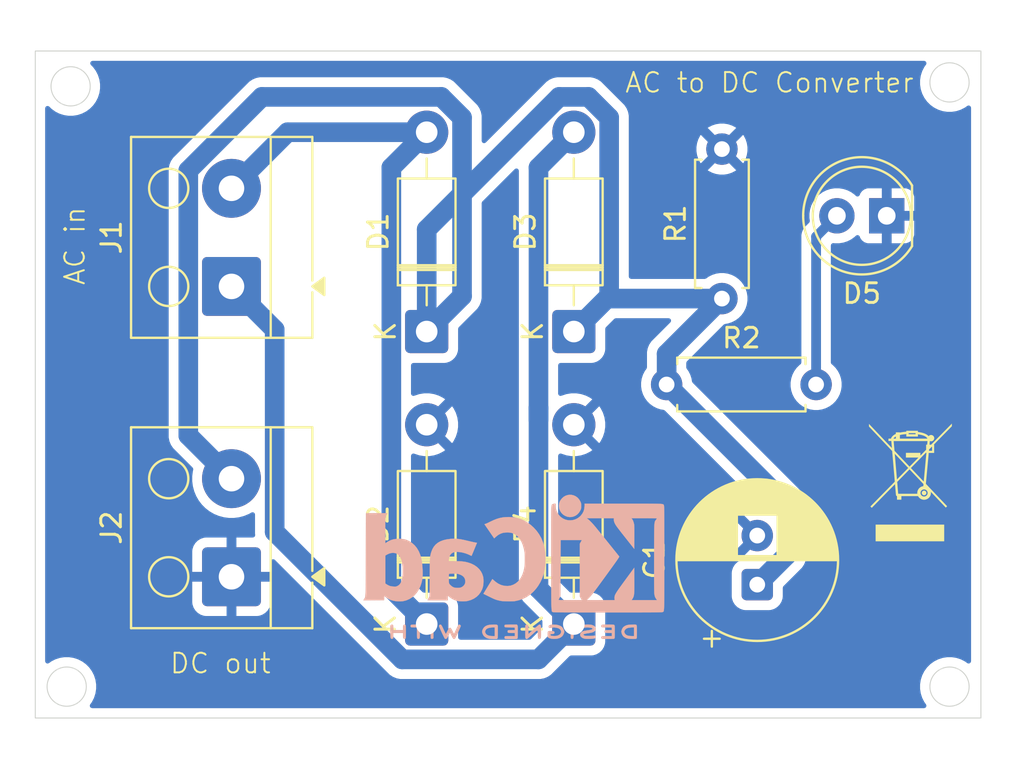
<source format=kicad_pcb>
(kicad_pcb (version 20241229) (generator "pcbnew") (generator_version "9.0")
  (layers (0 "F.Cu" signal) (2 "B.Cu" signal) (13 "F.Paste" user) (15 "B.Paste" user) (5 "F.SilkS" user "F.Silkscreen") (7 "B.SilkS" user "B.Silkscreen") (1 "F.Mask" user) (3 "B.Mask" user) (25 "Edge.Cuts" user))
  (net 0 "")
  (net 1 "/+VE")
  (net 2 "GND")
  (net 3 "Net-(D1-A)")
  (net 4 "Net-(D3-A)")
  (net 5 "Net-(D5-A)")
  (footprint "Diode_THT:D_DO-41_SOD81_P10.16mm_Horizontal" (layer "F.Cu") (at 143.25 96.5 90)
    (property "Reference" "D3" (at 5.08 -2.47 90) (layer "F.SilkS"))
    (property "Value" "1N4007")
    (fp_text user "K" (at 0 -2.1 90) (layer "F.SilkS"))
    (pad "1" thru_hole roundrect (at 0 0 90) (size 2.2 2.2) (drill 1.1) (layers "*.Cu" "*.Mask") (roundrect_rratio 0.113636) (net 1 "/+VE"))
    (pad "2" thru_hole circle (at 10.16 0 90) (size 2.2 2.2) (drill 1.1) (layers "*.Cu" "*.Mask") (net 4 "Net-(D3-A)"))
  )
  (footprint "TerminalBlock_Altech:Altech_AK100_1x02_P5.00mm" (layer "F.Cu") (at 125.8 109 90)
    (property "Reference" "J2" (at 2.5 -6.12 90) (layer "F.SilkS"))
    (property "Value" "Screw_Terminal_01x02")
    (pad "1" thru_hole roundrect (at 0 0 90) (size 3 3) (drill 1.3) (layers "*.Cu" "*.Mask") (roundrect_rratio 0.083333) (net 2 "GND"))
    (pad "2" thru_hole circle (at 5 0 90) (size 3 3) (drill 1.3) (layers "*.Cu" "*.Mask") (net 1 "/+VE"))
  )
  (footprint "Resistor_THT:R_Axial_DIN0207_L6.3mm_D2.5mm_P7.62mm_Horizontal" (layer "F.Cu") (at 150.8 94.82 90)
    (property "Reference" "R1" (at 3.81 -2.37 90) (layer "F.SilkS"))
    (property "Value" "10k")
    (pad "1" thru_hole circle (at 0 0 90) (size 1.6 1.6) (drill 0.8) (layers "*.Cu" "*.Mask") (net 1 "/+VE"))
    (pad "2" thru_hole circle (at 7.62 0 90) (size 1.6 1.6) (drill 0.8) (layers "*.Cu" "*.Mask") (net 2 "GND"))
  )
  (footprint "LED_THT:LED_D5.0mm" (layer "F.Cu") (at 159.2 90.6 180)
    (property "Reference" "D5" (at 1.27 -3.96 0) (layer "F.SilkS"))
    (property "Value" "LED")
    (pad "1" thru_hole rect (at 0 0 180) (size 1.8 1.8) (drill 0.9) (layers "*.Cu" "*.Mask") (net 2 "GND"))
    (pad "2" thru_hole circle (at 2.54 0 180) (size 1.8 1.8) (drill 0.9) (layers "*.Cu" "*.Mask") (net 5 "Net-(D5-A)"))
  )
  (footprint "Diode_THT:D_DO-41_SOD81_P10.16mm_Horizontal" (layer "F.Cu") (at 135.75 111.41 90)
    (property "Reference" "D2" (at 5.08 -2.47 90) (layer "F.SilkS"))
    (property "Value" "1N4007")
    (fp_text user "K" (at 0 -2.1 90) (layer "F.SilkS"))
    (pad "1" thru_hole roundrect (at 0 0 90) (size 2.2 2.2) (drill 1.1) (layers "*.Cu" "*.Mask") (roundrect_rratio 0.113636) (net 3 "Net-(D1-A)"))
    (pad "2" thru_hole circle (at 10.16 0 90) (size 2.2 2.2) (drill 1.1) (layers "*.Cu" "*.Mask") (net 2 "GND"))
  )
  (footprint "Diode_THT:D_DO-41_SOD81_P10.16mm_Horizontal" (layer "F.Cu") (at 135.75 96.5 90)
    (property "Reference" "D1" (at 5.08 -2.47 90) (layer "F.SilkS"))
    (property "Value" "1N4007")
    (fp_text user "K" (at 0 -2.1 90) (layer "F.SilkS"))
    (pad "1" thru_hole roundrect (at 0 0 90) (size 2.2 2.2) (drill 1.1) (layers "*.Cu" "*.Mask") (roundrect_rratio 0.113636) (net 1 "/+VE"))
    (pad "2" thru_hole circle (at 10.16 0 90) (size 2.2 2.2) (drill 1.1) (layers "*.Cu" "*.Mask") (net 3 "Net-(D1-A)"))
  )
  (footprint "Capacitor_THT:CP_Radial_D8.0mm_P2.50mm" (layer "F.Cu") (at 152.6 109.4 90)
    (property "Reference" "C1" (at 1.25 -5.25 90) (layer "F.SilkS"))
    (property "Value" "1000uF")
    (pad "1" thru_hole roundrect (at 0 0 90) (size 1.6 1.6) (drill 0.8) (layers "*.Cu" "*.Mask") (roundrect_rratio 0.15625) (net 1 "/+VE"))
    (pad "2" thru_hole circle (at 2.5 0 90) (size 1.6 1.6) (drill 0.8) (layers "*.Cu" "*.Mask") (net 2 "GND"))
  )
  (footprint "Diode_THT:D_DO-41_SOD81_P10.16mm_Horizontal" (layer "F.Cu") (at 143.25 111.41 90)
    (property "Reference" "D4" (at 5.08 -2.47 90) (layer "F.SilkS"))
    (property "Value" "1N4007")
    (fp_text user "K" (at 0 -2.1 90) (layer "F.SilkS"))
    (pad "1" thru_hole roundrect (at 0 0 90) (size 2.2 2.2) (drill 1.1) (layers "*.Cu" "*.Mask") (roundrect_rratio 0.113636) (net 4 "Net-(D3-A)"))
    (pad "2" thru_hole circle (at 10.16 0 90) (size 2.2 2.2) (drill 1.1) (layers "*.Cu" "*.Mask") (net 2 "GND"))
  )
  (footprint "Symbol:WEEE-Logo_4.2x6mm_SilkScreen" (layer "F.Cu") (at 160.4 104.2)
    (property "Reference" "REF**" (hide yes))
    (property "Value" "WEEE-Logo_4.2x6mm_SilkScreen" (hide yes))
  )
  (footprint "TerminalBlock_Altech:Altech_AK100_1x02_P5.00mm" (layer "F.Cu") (at 125.8 94.2 90)
    (property "Reference" "J1" (at 2.5 -6.12 90) (layer "F.SilkS"))
    (property "Value" "Screw_Terminal_01x02")
    (pad "1" thru_hole roundrect (at 0 0 90) (size 3 3) (drill 1.3) (layers "*.Cu" "*.Mask") (roundrect_rratio 0.083333) (net 4 "Net-(D3-A)"))
    (pad "2" thru_hole circle (at 5 0 90) (size 3 3) (drill 1.3) (layers "*.Cu" "*.Mask") (net 3 "Net-(D1-A)"))
  )
  (footprint "Resistor_THT:R_Axial_DIN0207_L6.3mm_D2.5mm_P7.62mm_Horizontal" (layer "F.Cu") (at 147.98 99.2)
    (property "Reference" "R2" (at 3.81 -2.37 0) (layer "F.SilkS"))
    (property "Value" "2.2k")
    (pad "1" thru_hole circle (at 0 0) (size 1.6 1.6) (drill 0.8) (layers "*.Cu" "*.Mask") (net 1 "/+VE"))
    (pad "2" thru_hole circle (at 7.62 0) (size 1.6 1.6) (drill 0.8) (layers "*.Cu" "*.Mask") (net 5 "Net-(D5-A)"))
  )
  (footprint "Symbol:KiCad-Logo2_6mm_SilkScreen" (layer "B.Cu") (at 140.2 107.8 180)
    (property "Reference" "REF**" (hide yes))
    (property "Value" "KiCad-Logo2_6mm_SilkScreen" (hide yes))
  )
  (gr_rect (start 115.8 82.2) (end 164 116.2) (stroke (width 0.05)) (fill no) (layer "Edge.Cuts"))
  (gr_circle (center 117.4 114.6) (end 117.4 113.6) (stroke (width 0.05)) (fill no) (layer "Edge.Cuts"))
  (gr_circle (center 117.6 84) (end 117.6 83) (stroke (width 0.05)) (fill no) (layer "Edge.Cuts"))
  (gr_circle (center 162.4 83.8) (end 162.4 82.8) (stroke (width 0.05)) (fill no) (layer "Edge.Cuts"))
  (gr_circle (center 162.4 114.6) (end 162.4 113.6) (stroke (width 0.05)) (fill no) (layer "Edge.Cuts"))
  (gr_text "AC in" (at 118.4 94.2 90) (layer "F.SilkS") (effects (font (size 1 1) (thickness 0.1)) (justify left bottom)))
  (gr_text "AC to DC Converter" (at 145.8 84.4 0) (layer "F.SilkS") (effects (font (size 1 1) (thickness 0.1)) (justify left bottom)))
  (gr_text "DC out" (at 122.6 114 0) (layer "F.SilkS") (effects (font (size 1 1) (thickness 0.1)) (justify left bottom)))
  (segment (start 154.101 107.899) (end 154.101 105.321) (width 1) (layer "B.Cu") (net 1))
  (segment (start 143.995999 84.539) (end 145.051 85.594001) (width 1) (layer "B.Cu") (net 1))
  (segment (start 145.051 85.594001) (end 145.051 94.699) (width 1) (layer "B.Cu") (net 1))
  (segment (start 137.551 85.594001) (end 137.551 94.699) (width 1) (layer "B.Cu") (net 1))
  (segment (start 147.98 99.2) (end 147.98 97.64) (width 1) (layer "B.Cu") (net 1))
  (segment (start 147.98 97.64) (end 150.8 94.82) (width 1) (layer "B.Cu") (net 1))
  (segment (start 142.504001 84.539) (end 143.995999 84.539) (width 1) (layer "B.Cu") (net 1))
  (segment (start 144.93 94.82) (end 143.25 96.5) (width 1) (layer "B.Cu") (net 1))
  (segment (start 135.75 96.5) (end 135.75 91.293001) (width 1) (layer "B.Cu") (net 1))
  (segment (start 150.8 94.82) (end 144.93 94.82) (width 1) (layer "B.Cu") (net 1))
  (segment (start 123.599 88.288315) (end 127.348315 84.539) (width 1) (layer "B.Cu") (net 1))
  (segment (start 123.599 101.799) (end 123.599 88.288315) (width 1) (layer "B.Cu") (net 1))
  (segment (start 127.348315 84.539) (end 136.495999 84.539) (width 1) (layer "B.Cu") (net 1))
  (segment (start 137.551 94.699) (end 135.75 96.5) (width 1) (layer "B.Cu") (net 1))
  (segment (start 136.495999 84.539) (end 137.551 85.594001) (width 1) (layer "B.Cu") (net 1))
  (segment (start 152.6 109.4) (end 154.101 107.899) (width 1) (layer "B.Cu") (net 1))
  (segment (start 154.101 105.321) (end 147.98 99.2) (width 1) (layer "B.Cu") (net 1))
  (segment (start 135.75 91.293001) (end 142.504001 84.539) (width 1) (layer "B.Cu") (net 1))
  (segment (start 125.8 104) (end 123.599 101.799) (width 1) (layer "B.Cu") (net 1))
  (segment (start 145.051 94.699) (end 143.25 96.5) (width 1) (layer "B.Cu") (net 1))
  (segment (start 135.75 101.15) (end 135.6 101) (width 1) (layer "B.Cu") (net 2))
  (segment (start 135.75 101.25) (end 135.75 101.15) (width 1) (layer "B.Cu") (net 2))
  (segment (start 125.8 89.2) (end 128.66 86.34) (width 1) (layer "B.Cu") (net 3))
  (segment (start 135.75 111.41) (end 133.949 109.609) (width 1) (layer "B.Cu") (net 3))
  (segment (start 133.949 109.609) (end 133.949 88.141) (width 1) (layer "B.Cu") (net 3))
  (segment (start 133.949 88.141) (end 135.75 86.34) (width 1) (layer "B.Cu") (net 3))
  (segment (start 128.66 86.34) (end 135.75 86.34) (width 1) (layer "B.Cu") (net 3))
  (segment (start 141.449 100.4) (end 141.449 88.141) (width 1) (layer "B.Cu") (net 4))
  (segment (start 141.449 88.141) (end 143.25 86.34) (width 1) (layer "B.Cu") (net 4))
  (segment (start 128.001 96.401) (end 128.001 106.712844) (width 1) (layer "B.Cu") (net 4))
  (segment (start 141.449 109.609) (end 141.449 100.4) (width 1) (layer "B.Cu") (net 4))
  (segment (start 128.001 106.712844) (end 134.499156 113.211) (width 1) (layer "B.Cu") (net 4))
  (segment (start 141.449 100.4) (end 141.449 101) (width 1) (layer "B.Cu") (net 4))
  (segment (start 125.8 94.2) (end 128.001 96.401) (width 1) (layer "B.Cu") (net 4))
  (segment (start 134.499156 113.211) (end 141.449 113.211) (width 1) (layer "B.Cu") (net 4))
  (segment (start 141.449 113.211) (end 143.25 111.41) (width 1) (layer "B.Cu") (net 4))
  (segment (start 143.25 111.41) (end 141.449 109.609) (width 1) (layer "B.Cu") (net 4))
  (segment (start 155.6 91.66) (end 156.66 90.6) (width 0.5) (layer "B.Cu") (net 5))
  (segment (start 155.6 99.2) (end 155.6 91.66) (width 0.5) (layer "B.Cu") (net 5))
  (zone (net 2) (net_name "GND") (layer "B.Cu") (connect_pads (clearance 0.5)) (min_thickness 0.25) (fill yes (thermal_gap 0.5) (thermal_bridge_width 0.5))
    (polygon (pts (xy 114.2 79.6) (xy 166.2 80) (xy 166.2 118.4) (xy 114 118.2) (xy 114 79.6)))
  )
)
</source>
